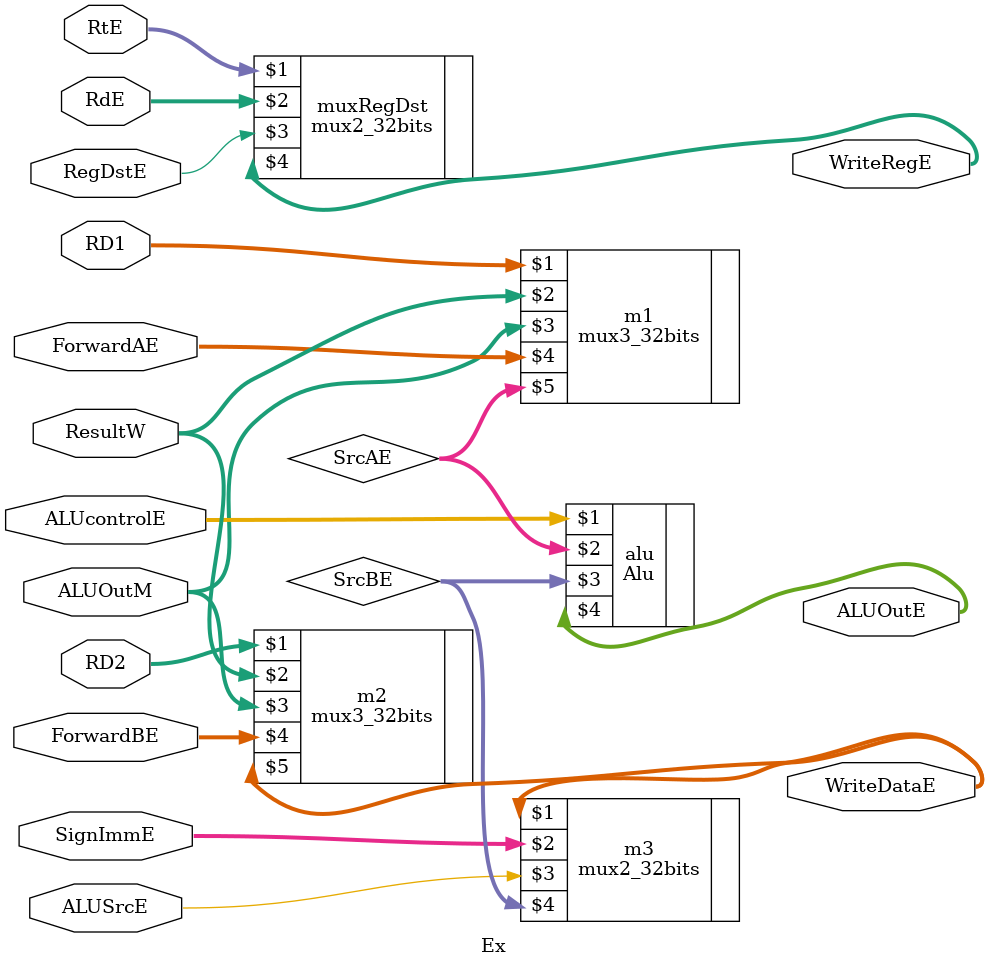
<source format=v>
module Ex(ALUcontrolE, ALUSrcE, RegDstE, RD1, RD2, RtE, RdE, ForwardAE, 
ForwardBE, ResultW, ALUOutM, SignImmE, ALUOutE, WriteDataE, WriteRegE);

input [3:0] ALUcontrolE;
input ALUSrcE, RegDstE;
input [31:0] ALUOutM, ResultW, RD1, RD2, SignImmE;
input [4:0] RtE, RdE;
input [1:0] ForwardAE, ForwardBE;

output [31:0] ALUOutE, WriteDataE;
output [4:0] WriteRegE;

wire [31:0] SrcAE, SrcBE;

mux2_32bits muxRegDst(RtE, RdE, RegDstE, WriteRegE);

mux3_32bits m1(RD1, ResultW, ALUOutM, ForwardAE, SrcAE);

mux3_32bits m2(RD2, ResultW, ALUOutM, ForwardBE, WriteDataE);

mux2_32bits m3(WriteDataE, SignImmE, ALUSrcE, SrcBE);

Alu alu(ALUcontrolE, SrcAE, SrcBE, ALUOutE);

endmodule


</source>
